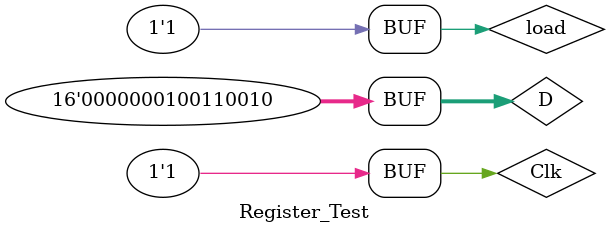
<source format=v>
module SRFF(input r, clock, s, output q, q_dot);
    wire r_out, s_out;
    assign r_out = r & clock;
    assign s_out = s & clock;
    assign q = ~(q_dot | r_out);
    assign q_dot = ~(q | s_out);
endmodule

module Mux(input a, b, sec, output out);
    assign out = a&(~sec) | b&sec;
endmodule

module D_Trigger(input d, clk, load, output q, q_dot);
    wire in, d_dot, clk_dot, q1, q1_dot, s_out, r_out;
    Mux mux(q, d, load, in);
    assign clk_dot =  ~clk;
    assign d_dot = ~in;
    assign s_out = d_dot & clk_dot;
    assign r_out = in & clk_dot;
    assign q1 = ~(r_out | q1_dot);
    assign q1_dot = ~(s_out | q1);
    SRFF srff(q1, clk, q1_dot, q, q_dot);
endmodule

module Register(input[15:0] in, input clk, load, output[15:0] out);
    wire[15:0] out_dot;
    generate
        genvar i;
        for(i = 15;i >= 0; i = i - 1)
        begin
            D_Trigger g(in[i], clk, load, out[i], out_dot[i]);
        end
    endgenerate
endmodule

module Register_Test();
    reg[15:0] D = 16'h0000;
    reg Clk = 0, load = 0;
    wire[15:0] out;
    Register register(D, Clk, load, out);
    initial begin
        #10 load = 1;
        #10 D = 16'h0100;
        #10 Clk = 1;
        #10 D = 16'h0132;
        #10 Clk = 0;
        #10 load = 0;
        #10 Clk = 1;
        #10 load = 1;
        #10 Clk = 0;
        #10 Clk = 1;
    end
    initial begin
        $monitor("D = %x clk = %x load = %x out = %x ", D, Clk, load, out);
    end
endmodule
</source>
